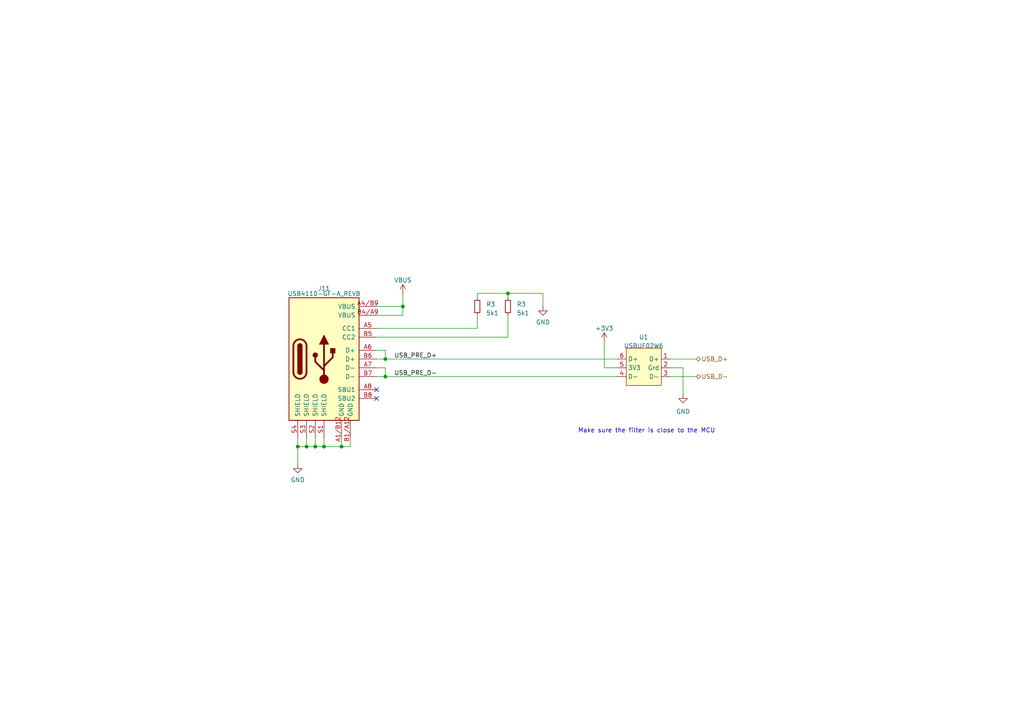
<source format=kicad_sch>
(kicad_sch (version 20230121) (generator eeschema)
  (paper "A4")
  (lib_symbols
    (symbol "Connector:USB_C_Receptacle_USB2.0" (pin_names (offset 1.016))
      (property "Reference" "J1" (at 0 20.4765 0))
      (property "Value" "USB4110-GF-A_REVB" (at 0 18.9714 0))
      (symbol "USB_C_Receptacle_USB2.0_0_1"
        (rectangle (start -10.16 17.78) (end 10.16 -17.78) (stroke (width 0.254)) (fill (type background)))
        (arc (start -8.89 -3.81) (mid -6.985 -5.7067) (end -5.08 -3.81) (stroke (width 0.508)))
        (arc (start -7.62 -3.81) (mid -6.985 -4.4423) (end -6.35 -3.81) (stroke (width 0.254)))
        (arc (start -7.62 -3.81) (mid -6.985 -4.4423) (end -6.35 -3.81) (stroke (width 0.254)) (fill (type outline)))
        (rectangle (start -7.62 -3.81) (end -6.35 3.81) (stroke (width 0.254)) (fill (type outline)))
        (arc (start -6.35 3.81) (mid -6.985 4.4423) (end -7.62 3.81) (stroke (width 0.254)))
        (arc (start -6.35 3.81) (mid -6.985 4.4423) (end -7.62 3.81) (stroke (width 0.254)) (fill (type outline)))
        (arc (start -5.08 3.81) (mid -6.985 5.7067) (end -8.89 3.81) (stroke (width 0.508)))
        (circle (center -2.54 1.143) (radius 0.635) (stroke (width 0.254)) (fill (type outline)))
        (circle (center 0 -5.842) (radius 1.27) (fill (type outline)))
        (polyline (pts (xy -8.89 -3.81) (xy -8.89 3.81)) (stroke (width 0.508)))
        (polyline (pts (xy -5.08 3.81) (xy -5.08 -3.81)) (stroke (width 0.508)))
        (polyline (pts (xy 0 -5.842) (xy 0 4.318)) (stroke (width 0.508)))
        (polyline (pts (xy 0 -3.302) (xy -2.54 -0.762) (xy -2.54 0.508)) (stroke (width 0.508)))
        (polyline (pts (xy 0 -2.032) (xy 2.54 0.508) (xy 2.54 1.778)) (stroke (width 0.508)))
        (polyline (pts (xy -1.27 4.318) (xy 0 6.858) (xy 1.27 4.318) (xy -1.27 4.318)) (stroke (width 0.254)) (fill (type outline)))
        (rectangle (start 1.905 1.778) (end 3.175 3.048) (stroke (width 0.254)) (fill (type outline)))
      )
      (symbol "USB_C_Receptacle_USB2.0_1_1"
        (pin passive line (at 5.08 -22.86 90) (length 5.08) (name "GND") (number "A1/B12"))
        (pin passive line (at 15.24 15.24 180) (length 5.08) (name "VBUS") (number "A4/B9"))
        (pin bidirectional line (at 15.24 8.89 180) (length 5.08) (name "CC1") (number "A5"))
        (pin bidirectional line (at 15.24 2.54 180) (length 5.08) (name "D+") (number "A6"))
        (pin bidirectional line (at 15.24 -2.54 180) (length 5.08) (name "D-") (number "A7"))
        (pin bidirectional line (at 15.24 -8.89 180) (length 5.08) (name "SBU1") (number "A8"))
        (pin passive line (at 7.62 -22.86 90) (length 5.08) (name "GND") (number "B1/A12"))
        (pin passive line (at 15.24 12.7 180) (length 5.08) (name "VBUS") (number "B4/A9"))
        (pin bidirectional line (at 15.24 6.35 180) (length 5.08) (name "CC2") (number "B5"))
        (pin bidirectional line (at 15.24 0 180) (length 5.08) (name "D+") (number "B6"))
        (pin bidirectional line (at 15.24 -5.08 180) (length 5.08) (name "D-") (number "B7"))
        (pin bidirectional line (at 15.24 -11.43 180) (length 5.08) (name "SBU2") (number "B8"))
        (pin passive line (at 0 -22.86 90) (length 5.08) (name "SHIELD") (number "S1"))
        (pin passive line (at -2.54 -22.86 90) (length 5.08) (name "SHIELD") (number "S2"))
        (pin passive line (at -5.08 -22.86 90) (length 5.08) (name "SHIELD") (number "S3"))
        (pin passive line (at -7.62 -22.86 90) (length 5.08) (name "SHIELD") (number "S4"))
      )
    )
    (symbol "Cuprum:USBUF02W6"
      (property "Reference" "U" (at 0 7.62 0))
      (property "Value" "USBUF02W6" (at 0 -7.62 0))
      (symbol "USBUF02W6_0_1"
        (rectangle (start -5.08 5.715) (end 5.08 -5.08) (fill (type background)))
      )
      (symbol "USBUF02W6_1_1"
        (pin input line (at 7.62 2.54 180) (length 2.54) (name "D+") (number "1"))
        (pin input line (at 7.62 0 180) (length 2.54) (name "Grd") (number "2"))
        (pin input line (at 7.62 -2.54 180) (length 2.54) (name "D-") (number "3"))
        (pin input line (at -7.62 -2.54 0) (length 2.54) (name "D-") (number "4"))
        (pin input line (at -7.62 0 0) (length 2.54) (name "3V3") (number "5"))
        (pin input line (at -7.62 2.54 0) (length 2.54) (name "D+") (number "6"))
      )
    )
    (symbol "Device:R_Small" (pin_numbers hide) (pin_names (offset 0.254) hide)
      (property "Reference" "R" (at 0.762 0.508 0))
      (property "Value" "R_Small" (at 0.762 -1.016 0))
      (symbol "R_Small_0_1"
        (rectangle (start -0.762 1.778) (end 0.762 -1.778) (stroke (width 0.2032)))
      )
      (symbol "R_Small_1_1"
        (pin passive line (at 0 2.54 270) (length 0.762) (name "~") (number "1"))
        (pin passive line (at 0 -2.54 90) (length 0.762) (name "~") (number "2"))
      )
    )
    (symbol "PCM_4ms_Power-symbol:GND" (power) (pin_names (offset 0))
      (property "Value" "GND" (at 0 -3.81 0))
      (symbol "GND_0_1"
        (polyline (pts (xy 0 0) (xy 0 -1.27) (xy 1.27 -1.27) (xy 0 -2.54) (xy -1.27 -1.27) (xy 0 -1.27)))
      )
      (symbol "GND_1_1"
        (pin power_in line (at 0 0 270) (length 0) hide (name "GND") (number "1"))
      )
    )
    (symbol "power:+3V3" (power) (pin_names (offset 0))
      (property "Value" "+3V3" (at 0 3.556 0))
      (symbol "+3V3_0_1"
        (polyline (pts (xy -0.762 1.27) (xy 0 2.54)))
        (polyline (pts (xy 0 0) (xy 0 2.54)))
        (polyline (pts (xy 0 2.54) (xy 0.762 1.27)))
      )
      (symbol "+3V3_1_1"
        (pin power_in line (at 0 0 90) (length 0) hide (name "+3V3") (number "1"))
      )
    )
    (symbol "power:GND" (power) (pin_names (offset 0))
      (property "Value" "GND" (at 0 -3.81 0))
      (symbol "GND_0_1"
        (polyline (pts (xy 0 0) (xy 0 -1.27) (xy 1.27 -1.27) (xy 0 -2.54) (xy -1.27 -1.27) (xy 0 -1.27)))
      )
      (symbol "GND_1_1"
        (pin power_in line (at 0 0 270) (length 0) hide (name "GND") (number "1"))
      )
    )
    (symbol "power:VBUS" (power) (pin_names (offset 0))
      (property "Value" "VBUS" (at 0 3.81 0))
      (symbol "VBUS_0_1"
        (polyline (pts (xy -0.762 1.27) (xy 0 2.54)))
        (polyline (pts (xy 0 0) (xy 0 2.54)))
        (polyline (pts (xy 0 2.54) (xy 0.762 1.27)))
      )
      (symbol "VBUS_1_1"
        (pin power_in line (at 0 0 90) (length 0) hide (name "VBUS") (number "1"))
      )
    )
  )
  (junction (at 99.06 129.54))
  (junction (at 93.98 129.54))
  (junction (at 86.36 129.54))
  (junction (at 111.76 109.22))
  (junction (at 88.9 129.54))
  (junction (at 111.76 104.14))
  (junction (at 91.44 129.54))
  (junction (at 147.32 85.09))
  (junction (at 116.84 88.9))
  (no_connect (at 109.22 113.03))
  (no_connect (at 109.22 115.57))
  (wire (pts (xy 157.48 85.09) (xy 157.48 88.9)))
  (wire (pts (xy 111.76 104.14) (xy 111.76 101.6)))
  (wire (pts (xy 109.22 109.22) (xy 111.76 109.22)))
  (wire (pts (xy 138.43 86.36) (xy 138.43 85.09)))
  (wire (pts (xy 198.12 114.3) (xy 198.12 106.68)))
  (wire (pts (xy 109.22 106.68) (xy 111.76 106.68)))
  (wire (pts (xy 109.22 91.44) (xy 116.84 91.44)))
  (wire (pts (xy 175.26 99.06) (xy 175.26 106.68)))
  (wire (pts (xy 86.36 129.54) (xy 88.9 129.54)))
  (wire (pts (xy 194.31 104.14) (xy 201.93 104.14)))
  (wire (pts (xy 99.06 129.54) (xy 93.98 129.54)))
  (wire (pts (xy 198.12 106.68) (xy 194.31 106.68)))
  (wire (pts (xy 91.44 127) (xy 91.44 129.54)))
  (wire (pts (xy 116.84 91.44) (xy 116.84 88.9)))
  (wire (pts (xy 138.43 85.09) (xy 147.32 85.09)))
  (wire (pts (xy 101.6 129.54) (xy 99.06 129.54)))
  (wire (pts (xy 88.9 129.54) (xy 91.44 129.54)))
  (wire (pts (xy 101.6 127) (xy 101.6 129.54)))
  (wire (pts (xy 116.84 85.09) (xy 116.84 88.9)))
  (wire (pts (xy 138.43 91.44) (xy 138.43 95.25)))
  (wire (pts (xy 116.84 88.9) (xy 109.22 88.9)))
  (wire (pts (xy 88.9 127) (xy 88.9 129.54)))
  (wire (pts (xy 91.44 129.54) (xy 93.98 129.54)))
  (wire (pts (xy 109.22 104.14) (xy 111.76 104.14)))
  (wire (pts (xy 175.26 106.68) (xy 179.07 106.68)))
  (wire (pts (xy 138.43 95.25) (xy 109.22 95.25)))
  (wire (pts (xy 147.32 85.09) (xy 147.32 86.36)))
  (wire (pts (xy 147.32 85.09) (xy 157.48 85.09)))
  (wire (pts (xy 194.31 109.22) (xy 201.93 109.22)))
  (wire (pts (xy 111.76 109.22) (xy 179.07 109.22)))
  (wire (pts (xy 111.76 104.14) (xy 179.07 104.14)))
  (wire (pts (xy 109.22 97.79) (xy 147.32 97.79)))
  (wire (pts (xy 86.36 127) (xy 86.36 129.54)))
  (wire (pts (xy 111.76 109.22) (xy 111.76 106.68)))
  (wire (pts (xy 147.32 97.79) (xy 147.32 91.44)))
  (wire (pts (xy 93.98 127) (xy 93.98 129.54)))
  (wire (pts (xy 86.36 129.54) (xy 86.36 134.62)))
  (wire (pts (xy 109.22 101.6) (xy 111.76 101.6)))
  (wire (pts (xy 99.06 127) (xy 99.06 129.54)))
  (text "Make sure the filter is close to the MCU" (at 167.64 125.73 0) (effects (font (size 1.27 1.27)) (justify left bottom)))
  (label "USB_PRE_D+" (at 114.3 104.14 0))
  (label "USB_PRE_D-" (at 114.3 109.22 0))
  (hierarchical_label "USB_D+" (shape bidirectional) (at 201.93 104.14 0))
  (hierarchical_label "USB_D-" (shape bidirectional) (at 201.93 109.22 0))
  (symbol (lib_id "power:+3V3") (at 175.26 99.06 0) (unit 1)
    (property "Reference" "#PWR025" (effects hide))
    (property "Value" "+3V3" (at 175.26 95.25 0))
    (instances (project "Reflow Oven" (path "" (reference "#PWR025") (unit 1))) (project "USB-PD" (path "" (reference "#PWR044") (unit 1))))
  )
  (symbol (lib_id "power:VBUS") (at 116.84 85.09 0) (unit 1)
    (property "Reference" "#PWR023" (effects hide))
    (property "Value" "VBUS" (at 116.84 81.28 0))
  )
  (symbol (lib_id "Device:R_Small") (at 138.43 88.9 180) (unit 1)
    (property "Reference" "R3" (at 140.97 88.265 0) (effects (justify right)))
    (property "Value" "5k1" (at 140.97 90.805 0) (effects (justify right)))
    (property "Footprint" "Cuprum:R_0603_1608Metric" (effects hide))
    (instances (project "Reflow Oven" (path "" (reference "R3") (unit 1)) (path "" (reference "R10") (unit 1))) (project "USB-PD" (path "" (reference "R?") (unit 1)) (path "" (reference "R9") (unit 1)) (path "" (reference "R12") (unit 1)) (path "" (reference "R2") (unit 1))))
  )
  (symbol (lib_id "Connector:USB_C_Receptacle_USB2.0") (at 93.98 104.14 0) (unit 1)
    (property "Reference" "J11" (at 93.98 83.6635 0))
    (property "Value" "USB4110-GF-A_REVB" (at 93.98 85.1686 0))
    (property "Footprint" "Connector_USB:USB_C_Receptacle_GCT_USB4105-xx-A_16P_TopMnt_Horizontal" (effects hide))
    (property "Datasheet" "https://www.usb.org/sites/default/files/documents/usb_type-c.zip" (effects hide))
    (instances (project "Reflow Oven" (path "" (reference "J11") (unit 1))) (project "USB-PD" (path "" (reference "J?") (unit 1)) (path "" (reference "J1") (unit 1))))
  )
  (symbol (lib_id "Device:R_Small") (at 147.32 88.9 180) (unit 1)
    (property "Reference" "R3" (at 149.86 88.265 0) (effects (justify right)))
    (property "Value" "5k1" (at 149.86 90.805 0) (effects (justify right)))
    (property "Footprint" "Cuprum:R_0603_1608Metric" (effects hide))
    (instances (project "Reflow Oven" (path "" (reference "R3") (unit 1)) (path "" (reference "R11") (unit 1))) (project "USB-PD" (path "" (reference "R?") (unit 1)) (path "" (reference "R9") (unit 1)) (path "" (reference "R12") (unit 1)) (path "" (reference "R2") (unit 1))))
  )
  (symbol (lib_id "Cuprum:USBUF02W6") (at 186.69 106.68 0) (unit 1)
    (property "Reference" "U1" (at 186.69 97.79 0))
    (property "Value" "USBUF02W6" (at 186.69 100.33 0))
    (property "Footprint" "KiCAD Library:SOT65P210X110-6N" (effects hide))
    (instances (project "Reflow Oven" (path "" (reference "U1") (unit 1))) (project "USB-PD" (path "" (reference "U5") (unit 1))))
  )
  (symbol (lib_id "power:GND") (at 86.36 134.62 0) (unit 1)
    (property "Reference" "#PWR022" (effects hide))
    (property "Value" "GND" (at 86.36 139.1825 0))
    (instances (project "Reflow Oven" (path "" (reference "#PWR022") (unit 1))) (project "USB-PD" (path "" (reference "#PWR?") (unit 1)) (path "" (reference "#PWR025") (unit 1))))
  )
  (symbol (lib_id "PCM_4ms_Power-symbol:GND") (at 198.12 114.3 0) (unit 1)
    (property "Reference" "#PWR026" (effects hide))
    (property "Value" "GND" (at 198.12 119.38 0))
    (instances (project "Reflow Oven" (path "" (reference "#PWR026") (unit 1))) (project "USB-PD" (path "" (reference "#PWR043") (unit 1))))
  )
  (symbol (lib_id "power:GND") (at 157.48 88.9 0) (unit 1)
    (property "Reference" "#PWR024" (effects hide))
    (property "Value" "GND" (at 157.48 93.4625 0))
    (instances (project "Reflow Oven" (path "" (reference "#PWR024") (unit 1))) (project "USB-PD" (path "" (reference "#PWR?") (unit 1)) (path "" (reference "#PWR032") (unit 1))))
  )
)
</source>
